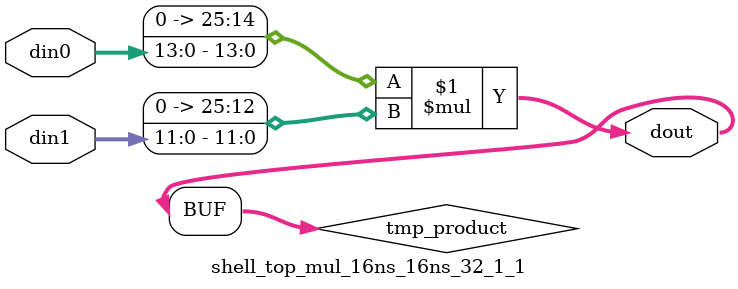
<source format=v>

`timescale 1 ns / 1 ps

  module shell_top_mul_16ns_16ns_32_1_1(din0, din1, dout);
parameter ID = 1;
parameter NUM_STAGE = 0;
parameter din0_WIDTH = 14;
parameter din1_WIDTH = 12;
parameter dout_WIDTH = 26;

input [din0_WIDTH - 1 : 0] din0; 
input [din1_WIDTH - 1 : 0] din1; 
output [dout_WIDTH - 1 : 0] dout;

wire signed [dout_WIDTH - 1 : 0] tmp_product;










assign tmp_product = $signed({1'b0, din0}) * $signed({1'b0, din1});











assign dout = tmp_product;







endmodule

</source>
